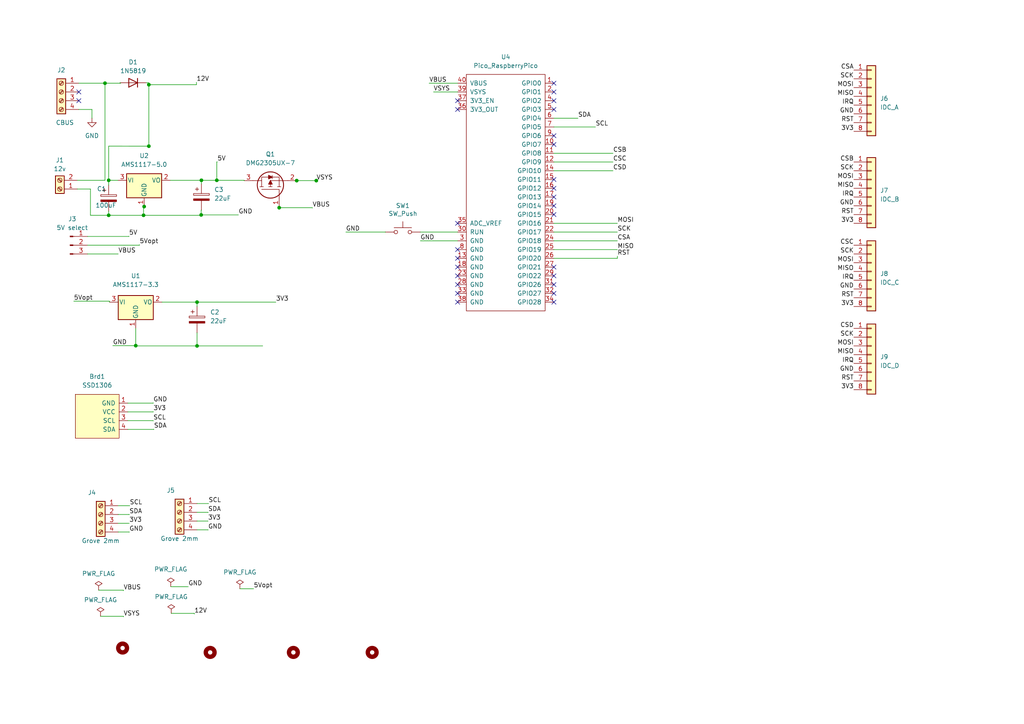
<source format=kicad_sch>
(kicad_sch (version 20230121) (generator eeschema)
  (paper "A4")
  (title_block (title "Pico Rfid Mfrc522") (date "2024-04-04") (rev "1.0"))
  (lib_symbols
    (symbol "Connector:Conn_01x03_Male" (pin_names (offset 1.016) hide)
      (property "Reference" "J" (at 0 5.08 0))
      (property "Value" "Conn_01x03_Male" (at 0 -5.08 0))
      (symbol "Conn_01x03_Male_1_1"
        (polyline (pts (xy 1.27 -2.54) (xy 0.8636 -2.54)) (stroke (width 0.1524)))
        (polyline (pts (xy 1.27 0) (xy 0.8636 0)) (stroke (width 0.1524)))
        (polyline (pts (xy 1.27 2.54) (xy 0.8636 2.54)) (stroke (width 0.1524)))
        (rectangle (start 0.8636 -2.413) (end 0 -2.667) (stroke (width 0.1524)) (fill (type outline)))
        (rectangle (start 0.8636 0.127) (end 0 -0.127) (stroke (width 0.1524)) (fill (type outline)))
        (rectangle (start 0.8636 2.667) (end 0 2.413) (stroke (width 0.1524)) (fill (type outline)))
        (pin passive line (at 5.08 2.54 180) (length 3.81) (name "Pin_1") (number "1"))
        (pin passive line (at 5.08 0 180) (length 3.81) (name "Pin_2") (number "2"))
        (pin passive line (at 5.08 -2.54 180) (length 3.81) (name "Pin_3") (number "3"))
      )
    )
    (symbol "Connector:Screw_Terminal_01x02" (pin_names (offset 1.016) hide)
      (property "Reference" "J" (at 0 2.54 0))
      (property "Value" "Screw_Terminal_01x02" (at 0 -5.08 0))
      (symbol "Screw_Terminal_01x02_1_1"
        (rectangle (start -1.27 1.27) (end 1.27 -3.81) (stroke (width 0.254)) (fill (type background)))
        (circle (center 0 -2.54) (radius 0.635) (stroke (width 0.1524)))
        (polyline (pts (xy -0.5334 -2.2098) (xy 0.3302 -3.048)) (stroke (width 0.1524)))
        (polyline (pts (xy -0.5334 0.3302) (xy 0.3302 -0.508)) (stroke (width 0.1524)))
        (polyline (pts (xy -0.3556 -2.032) (xy 0.508 -2.8702)) (stroke (width 0.1524)))
        (polyline (pts (xy -0.3556 0.508) (xy 0.508 -0.3302)) (stroke (width 0.1524)))
        (circle (center 0 0) (radius 0.635) (stroke (width 0.1524)))
        (pin passive line (at -5.08 0 0) (length 3.81) (name "Pin_1") (number "1"))
        (pin passive line (at -5.08 -2.54 0) (length 3.81) (name "Pin_2") (number "2"))
      )
    )
    (symbol "Connector:Screw_Terminal_01x04" (pin_names (offset 1.016) hide)
      (property "Reference" "J" (at 0 5.08 0))
      (property "Value" "Screw_Terminal_01x04" (at 0 -7.62 0))
      (symbol "Screw_Terminal_01x04_1_1"
        (rectangle (start -1.27 3.81) (end 1.27 -6.35) (stroke (width 0.254)) (fill (type background)))
        (circle (center 0 -5.08) (radius 0.635) (stroke (width 0.1524)))
        (circle (center 0 -2.54) (radius 0.635) (stroke (width 0.1524)))
        (polyline (pts (xy -0.5334 -4.7498) (xy 0.3302 -5.588)) (stroke (width 0.1524)))
        (polyline (pts (xy -0.5334 -2.2098) (xy 0.3302 -3.048)) (stroke (width 0.1524)))
        (polyline (pts (xy -0.5334 0.3302) (xy 0.3302 -0.508)) (stroke (width 0.1524)))
        (polyline (pts (xy -0.5334 2.8702) (xy 0.3302 2.032)) (stroke (width 0.1524)))
        (polyline (pts (xy -0.3556 -4.572) (xy 0.508 -5.4102)) (stroke (width 0.1524)))
        (polyline (pts (xy -0.3556 -2.032) (xy 0.508 -2.8702)) (stroke (width 0.1524)))
        (polyline (pts (xy -0.3556 0.508) (xy 0.508 -0.3302)) (stroke (width 0.1524)))
        (polyline (pts (xy -0.3556 3.048) (xy 0.508 2.2098)) (stroke (width 0.1524)))
        (circle (center 0 0) (radius 0.635) (stroke (width 0.1524)))
        (circle (center 0 2.54) (radius 0.635) (stroke (width 0.1524)))
        (pin passive line (at -5.08 2.54 0) (length 3.81) (name "Pin_1") (number "1"))
        (pin passive line (at -5.08 0 0) (length 3.81) (name "Pin_2") (number "2"))
        (pin passive line (at -5.08 -2.54 0) (length 3.81) (name "Pin_3") (number "3"))
        (pin passive line (at -5.08 -5.08 0) (length 3.81) (name "Pin_4") (number "4"))
      )
    )
    (symbol "Connector_Generic:Conn_01x08" (pin_names (offset 1.016) hide)
      (property "Reference" "J" (at 0 10.16 0))
      (property "Value" "Conn_01x08" (at 0 -12.7 0))
      (symbol "Conn_01x08_1_1"
        (rectangle (start -1.27 -10.033) (end 0 -10.287) (stroke (width 0.1524)))
        (rectangle (start -1.27 -7.493) (end 0 -7.747) (stroke (width 0.1524)))
        (rectangle (start -1.27 -4.953) (end 0 -5.207) (stroke (width 0.1524)))
        (rectangle (start -1.27 -2.413) (end 0 -2.667) (stroke (width 0.1524)))
        (rectangle (start -1.27 0.127) (end 0 -0.127) (stroke (width 0.1524)))
        (rectangle (start -1.27 2.667) (end 0 2.413) (stroke (width 0.1524)))
        (rectangle (start -1.27 5.207) (end 0 4.953) (stroke (width 0.1524)))
        (rectangle (start -1.27 7.747) (end 0 7.493) (stroke (width 0.1524)))
        (rectangle (start -1.27 8.89) (end 1.27 -11.43) (stroke (width 0.254)) (fill (type background)))
        (pin passive line (at -5.08 7.62 0) (length 3.81) (name "Pin_1") (number "1"))
        (pin passive line (at -5.08 5.08 0) (length 3.81) (name "Pin_2") (number "2"))
        (pin passive line (at -5.08 2.54 0) (length 3.81) (name "Pin_3") (number "3"))
        (pin passive line (at -5.08 0 0) (length 3.81) (name "Pin_4") (number "4"))
        (pin passive line (at -5.08 -2.54 0) (length 3.81) (name "Pin_5") (number "5"))
        (pin passive line (at -5.08 -5.08 0) (length 3.81) (name "Pin_6") (number "6"))
        (pin passive line (at -5.08 -7.62 0) (length 3.81) (name "Pin_7") (number "7"))
        (pin passive line (at -5.08 -10.16 0) (length 3.81) (name "Pin_8") (number "8"))
      )
    )
    (symbol "DMG2305UX-7:DMG2305UX-7" (pin_names (offset 0.762))
      (property "Reference" "Q" (at 11.43 3.81 0))
      (property "Value" "DMG2305UX-7" (at 11.43 1.27 0))
      (symbol "DMG2305UX-7_0_0"
        (pin passive line (at 0 0 0) (length 2.54) (name "~") (number "1"))
        (pin passive line (at 7.62 -5.08 90) (length 2.54) (name "~") (number "2"))
        (pin passive line (at 7.62 10.16 270) (length 2.54) (name "~") (number "3"))
      )
      (symbol "DMG2305UX-7_0_1"
        (polyline (pts (xy 5.842 -0.508) (xy 5.842 0.508)) (stroke (width 0.1524)))
        (polyline (pts (xy 5.842 0) (xy 7.62 0)) (stroke (width 0.1524)))
        (polyline (pts (xy 5.842 2.032) (xy 5.842 3.048)) (stroke (width 0.1524)))
        (polyline (pts (xy 5.842 5.588) (xy 5.842 4.572)) (stroke (width 0.1524)))
        (polyline (pts (xy 7.62 2.54) (xy 5.842 2.54)) (stroke (width 0.1524)))
        (polyline (pts (xy 7.62 2.54) (xy 7.62 -2.54)) (stroke (width 0.1524)))
        (polyline (pts (xy 7.62 5.08) (xy 5.842 5.08)) (stroke (width 0.1524)))
        (polyline (pts (xy 7.62 5.08) (xy 7.62 7.62)) (stroke (width 0.1524)))
        (polyline (pts (xy 8.128 2.032) (xy 9.144 2.032)) (stroke (width 0.1524)))
        (polyline (pts (xy 2.54 0) (xy 5.08 0) (xy 5.08 5.08)) (stroke (width 0.1524)))
        (polyline (pts (xy 8.636 2.032) (xy 8.636 0) (xy 7.62 0)) (stroke (width 0.1524)))
        (polyline (pts (xy 8.636 3.048) (xy 8.636 5.08) (xy 7.62 5.08)) (stroke (width 0.1524)))
        (polyline (pts (xy 7.62 2.54) (xy 6.604 3.048) (xy 6.604 2.032) (xy 7.62 2.54)) (stroke (width 0.254)) (fill (type outline)))
        (polyline (pts (xy 8.636 2.032) (xy 8.128 3.048) (xy 9.144 3.048) (xy 8.636 2.032)) (stroke (width 0.254)) (fill (type outline)))
        (circle (center 6.35 2.54) (radius 3.81) (stroke (width 0.254)))
      )
    )
    (symbol "Device:C_Polarized" (pin_numbers hide) (pin_names (offset 0.254))
      (property "Reference" "C" (at 0.635 2.54 0))
      (property "Value" "C_Polarized" (at 0.635 -2.54 0))
      (symbol "C_Polarized_0_1"
        (rectangle (start -2.286 0.508) (end 2.286 1.016))
        (polyline (pts (xy -1.778 2.286) (xy -0.762 2.286)))
        (polyline (pts (xy -1.27 2.794) (xy -1.27 1.778)))
        (rectangle (start 2.286 -0.508) (end -2.286 -1.016) (fill (type outline)))
      )
      (symbol "C_Polarized_1_1"
        (pin passive line (at 0 3.81 270) (length 2.794) (name "~") (number "1"))
        (pin passive line (at 0 -3.81 90) (length 2.794) (name "~") (number "2"))
      )
    )
    (symbol "Diode:1N4004" (pin_numbers hide) (pin_names hide)
      (property "Reference" "D" (at 0 2.54 0))
      (property "Value" "1N4004" (at 0 -2.54 0))
      (symbol "1N4004_0_1"
        (polyline (pts (xy -1.27 1.27) (xy -1.27 -1.27)) (stroke (width 0.254)))
        (polyline (pts (xy 1.27 0) (xy -1.27 0)))
        (polyline (pts (xy 1.27 1.27) (xy 1.27 -1.27) (xy -1.27 0) (xy 1.27 1.27)) (stroke (width 0.254)))
      )
      (symbol "1N4004_1_1"
        (pin passive line (at -3.81 0 0) (length 2.54) (name "K") (number "1"))
        (pin passive line (at 3.81 0 180) (length 2.54) (name "A") (number "2"))
      )
    )
    (symbol "Mechanical:MountingHole" (pin_names (offset 1.016))
      (property "Reference" "H" (at 0 5.08 0))
      (property "Value" "MountingHole" (at 0 3.175 0))
      (symbol "MountingHole_0_1"
        (circle (center 0 0) (radius 1.27) (stroke (width 1.27)))
      )
    )
    (symbol "PicoNoSwd:RaspberryPico-Pico" (pin_names (offset 1.016))
      (property "Reference" "U" (at -21.59 3.81 0))
      (property "Value" "Pico_RaspberryPico" (at -15.24 -67.31 0))
      (symbol "RaspberryPico-Pico_0_1"
        (rectangle (start -22.86 2.54) (end 0 -66.04))
      )
      (symbol "RaspberryPico-Pico_1_1"
        (pin bidirectional line (at 2.54 0 180) (length 2.54) (name "GPIO0") (number "1"))
        (pin bidirectional line (at 2.54 -17.78 180) (length 2.54) (name "GPIO7") (number "10"))
        (pin bidirectional line (at 2.54 -20.32 180) (length 2.54) (name "GPIO8") (number "11"))
        (pin bidirectional line (at 2.54 -22.86 180) (length 2.54) (name "GPIO9") (number "12"))
        (pin power_in line (at -25.4 -50.8 0) (length 2.54) (name "GND") (number "13"))
        (pin bidirectional line (at 2.54 -25.4 180) (length 2.54) (name "GPIO10") (number "14"))
        (pin bidirectional line (at 2.54 -27.94 180) (length 2.54) (name "GPIO11") (number "15"))
        (pin bidirectional line (at 2.54 -30.48 180) (length 2.54) (name "GPIO12") (number "16"))
        (pin bidirectional line (at 2.54 -33.02 180) (length 2.54) (name "GPIO13") (number "17"))
        (pin power_in line (at -25.4 -53.34 0) (length 2.54) (name "GND") (number "18"))
        (pin bidirectional line (at 2.54 -35.56 180) (length 2.54) (name "GPIO14") (number "19"))
        (pin bidirectional line (at 2.54 -2.54 180) (length 2.54) (name "GPIO1") (number "2"))
        (pin bidirectional line (at 2.54 -38.1 180) (length 2.54) (name "GPIO15") (number "20"))
        (pin bidirectional line (at 2.54 -40.64 180) (length 2.54) (name "GPIO16") (number "21"))
        (pin bidirectional line (at 2.54 -43.18 180) (length 2.54) (name "GPIO17") (number "22"))
        (pin power_in line (at -25.4 -55.88 0) (length 2.54) (name "GND") (number "23"))
        (pin bidirectional line (at 2.54 -45.72 180) (length 2.54) (name "GPIO18") (number "24"))
        (pin bidirectional line (at 2.54 -48.26 180) (length 2.54) (name "GPIO19") (number "25"))
        (pin bidirectional line (at 2.54 -50.8 180) (length 2.54) (name "GPIO20") (number "26"))
        (pin bidirectional line (at 2.54 -53.34 180) (length 2.54) (name "GPIO21") (number "27"))
        (pin power_in line (at -25.4 -58.42 0) (length 2.54) (name "GND") (number "28"))
        (pin bidirectional line (at 2.54 -55.88 180) (length 2.54) (name "GPIO22") (number "29"))
        (pin power_in line (at -25.4 -45.72 0) (length 2.54) (name "GND") (number "3"))
        (pin input line (at -25.4 -43.18 0) (length 2.54) (name "RUN") (number "30"))
        (pin bidirectional line (at 2.54 -58.42 180) (length 2.54) (name "GPIO26") (number "31"))
        (pin bidirectional line (at 2.54 -60.96 180) (length 2.54) (name "GPIO27") (number "32"))
        (pin power_in line (at -25.4 -60.96 0) (length 2.54) (name "GND") (number "33"))
        (pin bidirectional line (at 2.54 -63.5 180) (length 2.54) (name "GPIO28") (number "34"))
        (pin input line (at -25.4 -40.64 0) (length 2.54) (name "ADC_VREF") (number "35"))
        (pin power_out line (at -25.4 -7.62 0) (length 2.54) (name "3V3_OUT") (number "36"))
        (pin input line (at -25.4 -5.08 0) (length 2.54) (name "3V3_EN") (number "37"))
        (pin power_in line (at -25.4 -63.5 0) (length 2.54) (name "GND") (number "38"))
        (pin power_in line (at -25.4 -2.54 0) (length 2.54) (name "VSYS") (number "39"))
        (pin bidirectional line (at 2.54 -5.08 180) (length 2.54) (name "GPIO2") (number "4"))
        (pin power_in line (at -25.4 0 0) (length 2.54) (name "VBUS") (number "40"))
        (pin bidirectional line (at 2.54 -7.62 180) (length 2.54) (name "GPIO3") (number "5"))
        (pin bidirectional line (at 2.54 -10.16 180) (length 2.54) (name "GPIO4") (number "6"))
        (pin bidirectional line (at 2.54 -12.7 180) (length 2.54) (name "GPIO5") (number "7"))
        (pin power_in line (at -25.4 -48.26 0) (length 2.54) (name "GND") (number "8"))
        (pin bidirectional line (at 2.54 -15.24 180) (length 2.54) (name "GPIO6") (number "9"))
      )
    )
    (symbol "Regulator_Linear:AMS1117-3.3" (pin_names (offset 0.254))
      (property "Reference" "U" (at -3.81 3.175 0))
      (property "Value" "AMS1117-3.3" (at 0 3.175 0))
      (symbol "AMS1117-3.3_0_1"
        (rectangle (start -5.08 -5.08) (end 5.08 1.905) (stroke (width 0.254)) (fill (type background)))
      )
      (symbol "AMS1117-3.3_1_1"
        (pin power_in line (at 0 -7.62 90) (length 2.54) (name "GND") (number "1"))
        (pin power_out line (at 7.62 0 180) (length 2.54) (name "VO") (number "2"))
        (pin power_in line (at -7.62 0 0) (length 2.54) (name "VI") (number "3"))
      )
    )
    (symbol "Regulator_Linear:AMS1117-5.0" (pin_names (offset 0.254))
      (property "Reference" "U" (at -3.81 3.175 0))
      (property "Value" "AMS1117-5.0" (at 0 3.175 0))
      (symbol "AMS1117-5.0_0_1"
        (rectangle (start -5.08 -5.08) (end 5.08 1.905) (stroke (width 0.254)) (fill (type background)))
      )
      (symbol "AMS1117-5.0_1_1"
        (pin power_in line (at 0 -7.62 90) (length 2.54) (name "GND") (number "1"))
        (pin power_out line (at 7.62 0 180) (length 2.54) (name "VO") (number "2"))
        (pin power_in line (at -7.62 0 0) (length 2.54) (name "VI") (number "3"))
      )
    )
    (symbol "SSD1306-128x64_OLED:SSD1306" (pin_names (offset 1.016))
      (property "Reference" "Brd" (at 0 -3.81 0))
      (property "Value" "SSD1306" (at 0 -1.27 0))
      (symbol "SSD1306_0_1"
        (rectangle (start -6.35 6.35) (end 6.35 -6.35) (fill (type background)))
      )
      (symbol "SSD1306_1_1"
        (pin input line (at -3.81 8.89 270) (length 2.54) (name "GND") (number "1"))
        (pin input line (at -1.27 8.89 270) (length 2.54) (name "VCC") (number "2"))
        (pin input line (at 1.27 8.89 270) (length 2.54) (name "SCL") (number "3"))
        (pin input line (at 3.81 8.89 270) (length 2.54) (name "SDA") (number "4"))
      )
    )
    (symbol "Switch:SW_Push" (pin_numbers hide) (pin_names (offset 1.016) hide)
      (property "Reference" "SW" (at 1.27 2.54 0))
      (property "Value" "SW_Push" (at 0 -1.524 0))
      (symbol "SW_Push_0_1"
        (circle (center -2.032 0) (radius 0.508))
        (polyline (pts (xy 0 1.27) (xy 0 3.048)))
        (polyline (pts (xy 2.54 1.27) (xy -2.54 1.27)))
        (circle (center 2.032 0) (radius 0.508))
        (pin passive line (at -5.08 0 0) (length 2.54) (name "1") (number "1"))
        (pin passive line (at 5.08 0 180) (length 2.54) (name "2") (number "2"))
      )
    )
    (symbol "power:GND" (power) (pin_names (offset 0))
      (property "Value" "GND" (at 0 -3.81 0))
      (symbol "GND_0_1"
        (polyline (pts (xy 0 0) (xy 0 -1.27) (xy 1.27 -1.27) (xy 0 -2.54) (xy -1.27 -1.27) (xy 0 -1.27)))
      )
      (symbol "GND_1_1"
        (pin power_in line (at 0 0 270) (length 0) hide (name "GND") (number "1"))
      )
    )
    (symbol "power:PWR_FLAG" (power) (pin_numbers hide) (pin_names (offset 0) hide)
      (property "Value" "PWR_FLAG" (at 0 3.81 0))
      (symbol "PWR_FLAG_0_0"
        (pin power_out line (at 0 0 90) (length 0) (name "pwr") (number "1"))
      )
      (symbol "PWR_FLAG_0_1"
        (polyline (pts (xy 0 0) (xy 0 1.27) (xy -1.016 1.905) (xy 0 2.54) (xy 1.016 1.905) (xy 0 1.27)))
      )
    )
  )
  (junction (at 39.37 100.254))
  (junction (at 41.8109 59.9123))
  (junction (at 91.7448 52.3853))
  (junction (at 30.4493 24.13))
  (junction (at 31.5215 62.4451))
  (junction (at 57.15 100.33))
  (junction (at 31.5215 52.2923))
  (junction (at 62.8797 52.2923))
  (junction (at 41.6327 62.4451))
  (junction (at 43.1726 24.5656))
  (junction (at 80.9713 60.2435))
  (junction (at 58.42 52.2923))
  (junction (at 43.1726 42.3957))
  (junction (at 58.3449 62.3352))
  (junction (at 86.0513 52.3853))
  (junction (at 57.15 87.63))
  (no_connect (at 160.655 59.69))
  (no_connect (at 132.715 82.55))
  (no_connect (at 160.655 26.67))
  (no_connect (at 160.655 62.23))
  (no_connect (at 132.715 85.09))
  (no_connect (at 160.655 77.47))
  (no_connect (at 132.715 72.39))
  (no_connect (at 132.715 64.77))
  (no_connect (at 160.655 80.01))
  (no_connect (at 22.86 26.67))
  (no_connect (at 160.655 57.15))
  (no_connect (at 160.655 24.13))
  (no_connect (at 132.715 31.75))
  (no_connect (at 132.715 80.01))
  (no_connect (at 132.715 87.63))
  (no_connect (at 132.715 29.21))
  (no_connect (at 22.86 29.21))
  (no_connect (at 160.655 52.07))
  (no_connect (at 160.655 31.75))
  (no_connect (at 132.715 74.93))
  (no_connect (at 160.655 54.61))
  (no_connect (at 160.655 85.09))
  (no_connect (at 160.655 87.63))
  (no_connect (at 132.715 77.47))
  (no_connect (at 160.655 82.55))
  (no_connect (at 160.655 29.21))
  (no_connect (at 160.655 41.91))
  (no_connect (at 160.655 39.37))
  (wire (pts (xy 49.6629 177.9022) (xy 56.3645 177.9022)))
  (wire (pts (xy 43.1726 24.5656) (xy 43.1726 42.3957)))
  (wire (pts (xy 160.655 44.45) (xy 177.8 44.45)))
  (wire (pts (xy 30.4493 24.13) (xy 30.4493 52.2905)))
  (wire (pts (xy 44.6193 124.5441) (xy 44.6193 124.4588)))
  (wire (pts (xy 57.15 148.59) (xy 60.3493 148.59)))
  (wire (pts (xy 29.158 178.7396) (xy 35.8026 178.7396)))
  (wire (pts (xy 30.4493 24.13) (xy 34.9655 24.13)))
  (wire (pts (xy 91.7448 52.2804) (xy 91.7448 52.3853)))
  (wire (pts (xy 22.4319 52.2905) (xy 30.4493 52.2905)))
  (wire (pts (xy 69.5822 170.7691) (xy 73.5545 170.7691)))
  (wire (pts (xy 86.0513 52.3922) (xy 86.0513 52.3853)))
  (wire (pts (xy 70.8113 52.2923) (xy 70.8113 52.3853)))
  (wire (pts (xy 160.655 67.31) (xy 179.07 67.31)))
  (wire (pts (xy 179.07 74.295) (xy 179.07 74.93)))
  (wire (pts (xy 56.3645 177.9022) (xy 56.3645 178.0986)))
  (wire (pts (xy 121.92 69.85) (xy 132.715 69.85)))
  (wire (pts (xy 160.655 36.83) (xy 172.72 36.83)))
  (wire (pts (xy 37.0864 119.4641) (xy 44.45 119.4641)))
  (wire (pts (xy 25.4 68.58) (xy 37.3926 68.58)))
  (wire (pts (xy 57.15 100.33) (xy 76.2 100.33)))
  (wire (pts (xy 26.67 31.75) (xy 26.67 34.29)))
  (wire (pts (xy 124.46 24.13) (xy 132.715 24.13)))
  (wire (pts (xy 57.15 146.05) (xy 60.4514 146.05)))
  (wire (pts (xy 34.29 149.225) (xy 37.4893 149.225)))
  (wire (pts (xy 44.45 122.0041) (xy 44.45 122.0885)))
  (wire (pts (xy 49.53 170.18) (xy 54.61 170.18)))
  (wire (pts (xy 121.92 67.31) (xy 132.715 67.31)))
  (wire (pts (xy 46.99 87.63) (xy 57.15 87.63)))
  (wire (pts (xy 31.5215 62.4451) (xy 41.6327 62.4451)))
  (wire (pts (xy 39.37 100.33) (xy 57.15 100.33)))
  (wire (pts (xy 58.3449 62.3352) (xy 58.3449 62.4451)))
  (wire (pts (xy 37.4552 151.765) (xy 37.4552 151.7627)))
  (wire (pts (xy 39.37 95.25) (xy 39.37 100.254)))
  (wire (pts (xy 62.8797 52.2923) (xy 70.8113 52.2923)))
  (wire (pts (xy 41.8109 59.9123) (xy 41.8606 59.9123)))
  (wire (pts (xy 62.8797 52.2923) (xy 62.8797 46.9648)))
  (wire (pts (xy 160.655 64.77) (xy 179.07 64.77)))
  (wire (pts (xy 35.8026 171.1722) (xy 35.8026 171.3567)))
  (wire (pts (xy 43.1726 42.3957) (xy 43.3297 42.3957)))
  (wire (pts (xy 69.1638 62.3352) (xy 58.3449 62.3352)))
  (wire (pts (xy 90.6042 60.2435) (xy 90.6042 60.3334)))
  (wire (pts (xy 80.9713 60.0053) (xy 80.9713 60.2435)))
  (wire (pts (xy 37.0864 122.0041) (xy 44.45 122.0041)))
  (wire (pts (xy 80.9713 60.2435) (xy 80.9713 60.3264)))
  (wire (pts (xy 80.9713 60.2435) (xy 90.6042 60.2435)))
  (wire (pts (xy 26.2356 54.8305) (xy 26.2356 62.4451)))
  (wire (pts (xy 91.7448 52.3853) (xy 91.7448 52.4764)))
  (wire (pts (xy 86.0513 52.3853) (xy 91.7448 52.3853)))
  (wire (pts (xy 58.3449 60.96) (xy 58.3449 62.3352)))
  (wire (pts (xy 60.3152 151.13) (xy 60.3152 151.1277)))
  (wire (pts (xy 43.3297 42.3957) (xy 31.5215 42.3849)))
  (wire (pts (xy 100.3151 67.3124) (xy 111.76 67.3124)))
  (wire (pts (xy 57.15 96.52) (xy 57.15 100.33)))
  (wire (pts (xy 22.86 31.75) (xy 26.67 31.75)))
  (wire (pts (xy 35.8026 178.7396) (xy 35.8026 178.9242)))
  (wire (pts (xy 57.15 153.67) (xy 60.3493 153.67)))
  (wire (pts (xy 31.75 87.3496) (xy 31.75 87.63)))
  (wire (pts (xy 34.29 151.765) (xy 37.4552 151.765)))
  (wire (pts (xy 31.5215 52.2923) (xy 31.5215 53.6627)))
  (wire (pts (xy 58.3449 60.96) (xy 58.42 60.96)))
  (wire (pts (xy 44.45 116.9241) (xy 44.45 116.84)))
  (wire (pts (xy 125.73 26.67) (xy 132.715 26.67)))
  (wire (pts (xy 31.5215 42.3849) (xy 31.5215 52.2923)))
  (wire (pts (xy 31.5215 52.2923) (xy 34.1909 52.2923)))
  (wire (pts (xy 34.9655 24.13) (xy 34.8084 24.0044)))
  (wire (pts (xy 41.6327 59.9123) (xy 41.8109 59.9123)))
  (wire (pts (xy 160.655 34.29) (xy 167.64 34.29)))
  (wire (pts (xy 58.42 52.2923) (xy 62.8797 52.2923)))
  (wire (pts (xy 25.4 73.66) (xy 34.29 73.66)))
  (wire (pts (xy 160.655 69.85) (xy 179.07 69.85)))
  (wire (pts (xy 32.7226 100.254) (xy 39.37 100.254)))
  (wire (pts (xy 22.4319 54.8305) (xy 26.2356 54.8305)))
  (wire (pts (xy 57.15 87.63) (xy 80.01 87.63)))
  (wire (pts (xy 37.0864 116.9241) (xy 44.45 116.9241)))
  (wire (pts (xy 44.45 119.4641) (xy 44.45 119.3796)))
  (wire (pts (xy 160.655 46.99) (xy 177.8 46.99)))
  (wire (pts (xy 22.86 24.13) (xy 30.4493 24.13)))
  (wire (pts (xy 160.655 72.39) (xy 179.07 72.39)))
  (wire (pts (xy 160.655 74.93) (xy 179.07 74.93)))
  (wire (pts (xy 62.8797 46.9648) (xy 63.0213 46.9648)))
  (wire (pts (xy 41.6327 62.4451) (xy 41.6327 59.9123)))
  (wire (pts (xy 31.5215 53.6627) (xy 31.515 53.6627)))
  (wire (pts (xy 21.3957 87.3496) (xy 31.75 87.3496)))
  (wire (pts (xy 57.15 87.63) (xy 57.15 88.9)))
  (wire (pts (xy 26.2356 62.4451) (xy 31.5215 62.4451)))
  (wire (pts (xy 37.0864 124.5441) (xy 44.6193 124.5441)))
  (wire (pts (xy 41.6327 62.4451) (xy 58.3449 62.4451)))
  (wire (pts (xy 34.29 154.305) (xy 37.4893 154.305)))
  (wire (pts (xy 40.4432 71.12) (xy 40.4432 70.959)))
  (wire (pts (xy 160.655 49.53) (xy 177.8 49.53)))
  (wire (pts (xy 56.9768 24.5656) (xy 56.9768 23.8577)))
  (wire (pts (xy 31.5215 62.4451) (xy 31.5215 61.2827)))
  (wire (pts (xy 58.42 52.2923) (xy 58.42 53.34)))
  (wire (pts (xy 57.15 151.13) (xy 60.3152 151.13)))
  (wire (pts (xy 60.4514 146.05) (xy 60.4514 146.0559)))
  (wire (pts (xy 111.76 67.3124) (xy 111.76 67.31)))
  (wire (pts (xy 43.1726 24.0152) (xy 42.4284 24.0044)))
  (wire (pts (xy 37.3926 68.58) (xy 37.3926 68.4873)))
  (wire (pts (xy 49.4309 52.2923) (xy 58.42 52.2923)))
  (wire (pts (xy 34.29 146.685) (xy 37.5914 146.685)))
  (wire (pts (xy 60.3493 153.67) (xy 60.3493 153.7147)))
  (wire (pts (xy 39.37 100.254) (xy 39.37 100.33)))
  (wire (pts (xy 31.5215 61.2827) (xy 31.515 61.2827)))
  (wire (pts (xy 43.1726 24.0152) (xy 43.1726 24.5656)))
  (wire (pts (xy 37.4893 149.225) (xy 37.4893 149.2779)))
  (wire (pts (xy 60.3493 148.59) (xy 60.3493 148.6429)))
  (wire (pts (xy 37.5914 146.685) (xy 37.5914 146.6909)))
  (wire (pts (xy 37.4893 154.305) (xy 37.4893 154.3497)))
  (wire (pts (xy 25.4 71.12) (xy 40.4432 71.12)))
  (wire (pts (xy 43.1726 24.5656) (xy 56.9768 24.5656)))
  (wire (pts (xy 28.6043 171.1722) (xy 35.8026 171.1722)))
  (label "IRQ" (at 247.65 30.48 180))
  (label "VBUS" (at 34.29 73.66 0))
  (label "VSYS" (at 125.73 26.67 0))
  (label "VSYS" (at 91.7448 52.4764 0))
  (label "5Vopt" (at 40.4432 70.959 0))
  (label "VSYS" (at 35.8026 178.9242 0))
  (label "CSB" (at 177.8 44.45 0))
  (label "5Vopt" (at 73.5545 170.7691 0))
  (label "SCK" (at 179.07 67.31 0))
  (label "CSC" (at 177.8 46.99 0))
  (label "RST" (at 247.65 86.36 180))
  (label "VBUS" (at 35.8026 171.3567 0))
  (label "3V3" (at 60.3152 151.1277 0))
  (label "12V" (at 56.9768 23.8577 0))
  (label "GND" (at 69.1638 62.3352 0))
  (label "SDA" (at 60.3493 148.6429 0))
  (label "GND" (at 60.3493 153.7147 0))
  (label "RST" (at 179.07 74.295 0))
  (label "MISO" (at 247.65 27.94 180))
  (label "MOSI" (at 247.65 25.4 180))
  (label "GND" (at 37.4893 154.3497 0))
  (label "3V3" (at 247.65 113.03 180))
  (label "SCK" (at 247.65 22.86 180))
  (label "5Vopt" (at 21.3957 87.3496 0))
  (label "SCK" (at 247.65 73.66 180))
  (label "IRQ" (at 247.65 81.28 180))
  (label "GND" (at 54.61 170.18 0))
  (label "RST" (at 247.65 110.49 180))
  (label "MISO" (at 247.65 54.61 180))
  (label "IRQ" (at 247.65 57.15 180))
  (label "MISO" (at 247.65 102.87 180))
  (label "GND" (at 44.45 116.84 0))
  (label "CSD" (at 247.65 95.25 180))
  (label "GND" (at 247.65 59.69 180))
  (label "MOSI" (at 247.65 100.33 180))
  (label "GND" (at 121.92 69.85 0))
  (label "MOSI" (at 247.65 76.2 180))
  (label "MOSI" (at 247.65 52.07 180))
  (label "GND" (at 32.7226 100.254 0))
  (label "GND" (at 247.65 83.82 180))
  (label "GND" (at 247.65 107.95 180))
  (label "VBUS" (at 124.46 24.13 0))
  (label "CSA" (at 247.65 20.32 180))
  (label "RST" (at 247.65 35.56 180))
  (label "MISO" (at 179.07 72.39 0))
  (label "IRQ" (at 247.65 105.41 180))
  (label "RST" (at 247.65 62.23 180))
  (label "CSD" (at 177.8 49.53 0))
  (label "3V3" (at 247.65 88.9 180))
  (label "SCL" (at 44.45 122.0885 0))
  (label "MOSI" (at 179.07 64.77 0))
  (label "GND" (at 247.65 33.02 180))
  (label "SCL" (at 60.4514 146.0559 0))
  (label "3V3" (at 44.45 119.3796 0))
  (label "3V3" (at 80.01 87.63 0))
  (label "VBUS" (at 90.6042 60.3334 0))
  (label "3V3" (at 37.4552 151.7627 0))
  (label "3V3" (at 247.65 38.1 180))
  (label "3V3" (at 247.65 64.77 180))
  (label "GND" (at 100.3151 67.3124 0))
  (label "SDA" (at 37.4893 149.2779 0))
  (label "5V" (at 37.3926 68.4873 0))
  (label "SDA" (at 44.6193 124.4588 0))
  (label "SCK" (at 247.65 97.79 180))
  (label "CSB" (at 247.65 46.99 180))
  (label "CSA" (at 179.07 69.85 0))
  (label "5V" (at 63.0213 46.9648 0))
  (label "CSC" (at 247.65 71.12 180))
  (label "SDA" (at 167.64 34.29 0))
  (label "12V" (at 56.3645 178.0986 0))
  (label "SCL" (at 37.5914 146.6909 0))
  (label "MISO" (at 247.65 78.74 180))
  (label "SCK" (at 247.65 49.53 180))
  (label "SCL" (at 172.72 36.83 0))
  (symbol (lib_id "Mechanical:MountingHole") (at 107.95 189.23 0) (unit 1)
    (property "Reference" "H4" (effects hide))
    (property "Value" "MountingHole" (effects hide))
    (property "Footprint" "MountingHole:MountingHole_3.2mm_M3" (effects hide))
  )
  (symbol (lib_id "Connector_Generic:Conn_01x08") (at 252.73 54.61 0) (unit 1)
    (property "Reference" "J7" (at 255.27 55.245 0) (effects (justify left)))
    (property "Value" "IDC_B" (at 255.27 57.785 0) (effects (justify left)))
    (property "Footprint" "Connector_IDC:IDC-Header_2x04_P2.54mm_Vertical" (effects hide))
  )
  (symbol (lib_id "Device:C_Polarized") (at 57.15 92.71 0) (unit 1)
    (property "Reference" "C2" (at 60.96 90.5509 0) (effects (justify left)))
    (property "Value" "22uF" (at 60.96 93.0909 0) (effects (justify left)))
    (property "Footprint" "Capacitor_THT:CP_Radial_Tantal_D7.0mm_P5.00mm" (effects hide))
  )
  (symbol (lib_id "Regulator_Linear:AMS1117-5.0") (at 41.8109 52.2923 0) (unit 1)
    (property "Reference" "U2" (at 41.8109 45.1717 0))
    (property "Value" "AMS1117-5.0" (at 41.8109 47.7117 0))
    (property "Footprint" "Package_TO_SOT_SMD:SOT-223-3_TabPin2" (effects hide))
    (property "Datasheet" "http://www.advanced-monolithic.com/pdf/ds1117.pdf" (effects hide))
  )
  (symbol (lib_id "DMG2305UX-7:DMG2305UX-7") (at 80.9713 60.0053 90) (unit 1)
    (property "Reference" "Q1" (at 78.4313 44.7226 90))
    (property "Value" "DMG2305UX-7" (at 78.4313 47.2626 90))
    (property "Footprint" "Package_TO_SOT_SMD:SOT-23-3" (effects hide))
    (property "Datasheet" "https://www.diodes.com/assets/Datasheets/DMG2305UX.pdf" (effects hide))
    (property "Description" "MOSFET P-Ch 20V 5A Enhancement SOT23 Diodes Inc DMG2305UX-7 P-channel MOSFET Transistor, -3.3 A, -20 V, 3-Pin SOT-23" (effects hide))
    (property "Height" "1.1" (effects hide))
    (property "Mouser Part Number" "621-DMG2305UX-7" (effects hide))
    (property "Mouser Price/Stock" "https://www.mouser.co.uk/ProductDetail/Diodes-Incorporated/DMG2305UX-7?qs=L1DZKBg7t5F%2FNBHrjfxC%252Bg%3D%3D" (effects hide))
    (property "Manufacturer_Name" "Diodes Inc." (effects hide))
    (property "Manufacturer_Part_Number" "DMG2305UX-7" (effects hide))
  )
  (symbol (lib_id "power:PWR_FLAG") (at 28.6043 171.1722 0) (unit 1)
    (property "Reference" "#FLG01" (effects hide))
    (property "Value" "PWR_FLAG" (at 28.6043 166.37 0))
  )
  (symbol (lib_id "Mechanical:MountingHole") (at 35.56 187.96 0) (unit 1)
    (property "Reference" "H1" (effects hide))
    (property "Value" "MountingHole" (effects hide))
    (property "Footprint" "MountingHole:MountingHole_3.2mm_M3" (effects hide))
  )
  (symbol (lib_id "Device:C_Polarized") (at 31.515 57.4727 0) (unit 1)
    (property "Reference" "C1" (at 28.108 54.777 0) (effects (justify left)))
    (property "Value" "100uF" (at 27.6607 59.5623 0) (effects (justify left)))
    (property "Footprint" "Capacitor_THT:CP_Radial_D10.0mm_P7.50mm" (effects hide))
  )
  (symbol (lib_id "Connector:Screw_Terminal_01x04") (at 29.21 149.225 0) (mirror y) (unit 1)
    (property "Reference" "J4" (at 26.67 142.875 0))
    (property "Value" "Grove 2mm" (at 29.21 156.845 0))
    (property "Footprint" "OPL_Connector:HW4-2.0" (effects hide))
  )
  (symbol (lib_id "Switch:SW_Push") (at 116.84 67.31 0) (unit 1)
    (property "Reference" "SW1" (at 116.84 59.6529 0))
    (property "Value" "SW_Push" (at 116.8688 61.9528 0))
    (property "Footprint" "Button_Switch_SMD:SW_Tactile_SPST_NO_Straight_CK_PTS636Sx25SMTRLFS" (effects hide))
  )
  (symbol (lib_id "power:PWR_FLAG") (at 29.158 178.7396 0) (unit 1)
    (property "Reference" "#FLG02" (effects hide))
    (property "Value" "PWR_FLAG" (at 29.158 173.99 0))
  )
  (symbol (lib_id "Connector:Screw_Terminal_01x04") (at 17.78 26.67 0) (mirror y) (unit 1)
    (property "Reference" "J2" (at 17.78 20.32 0))
    (property "Value" "CBUS " (at 19.304 35.56 0))
    (property "Footprint" "TerminalBlock_Phoenix:TerminalBlock_Phoenix_PT-1,5-4-3.5-H_1x04_P3.50mm_Horizontal" (effects hide))
  )
  (symbol (lib_id "Connector:Conn_01x03_Male") (at 20.32 71.12 0) (unit 1)
    (property "Reference" "J3" (at 20.955 63.5 0))
    (property "Value" "5V select" (at 20.955 66.04 0))
    (property "Footprint" "Connector_PinHeader_2.54mm:PinHeader_1x03_P2.54mm_Vertical" (effects hide))
  )
  (symbol (lib_id "power:PWR_FLAG") (at 49.6629 177.9022 0) (unit 1)
    (property "Reference" "#FLG04" (effects hide))
    (property "Value" "PWR_FLAG" (at 49.6629 173.1 0))
  )
  (symbol (lib_id "power:GND") (at 26.67 34.29 0) (unit 1)
    (property "Reference" "#PWR01" (effects hide))
    (property "Value" "GND" (at 26.67 39.37 0))
  )
  (symbol (lib_id "Mechanical:MountingHole") (at 60.96 189.23 0) (unit 1)
    (property "Reference" "H2" (effects hide))
    (property "Value" "MountingHole" (effects hide))
    (property "Footprint" "MountingHole:MountingHole_3.2mm_M3" (effects hide))
  )
  (symbol (lib_id "Regulator_Linear:AMS1117-3.3") (at 39.37 87.63 0) (unit 1)
    (property "Reference" "U1" (at 39.37 80.01 0))
    (property "Value" "AMS1117-3.3" (at 39.37 82.55 0))
    (property "Footprint" "Package_TO_SOT_SMD:SOT-223-3_TabPin2" (effects hide))
    (property "Datasheet" "http://www.advanced-monolithic.com/pdf/ds1117.pdf" (effects hide))
  )
  (symbol (lib_id "Connector_Generic:Conn_01x08") (at 252.73 27.94 0) (unit 1)
    (property "Reference" "J6" (at 255.27 28.575 0) (effects (justify left)))
    (property "Value" "IDC_A" (at 255.27 31.115 0) (effects (justify left)))
    (property "Footprint" "Connector_IDC:IDC-Header_2x04_P2.54mm_Vertical" (effects hide))
  )
  (symbol (lib_id "PicoNoSwd:RaspberryPico-Pico") (at 158.115 24.13 0) (unit 1)
    (property "Reference" "U4" (at 146.685 16.51 0))
    (property "Value" "Pico_RaspberryPico" (at 146.685 19.05 0))
    (property "Footprint" "PicoNoSwd:RaspberryPico_TH_NoSWD" (effects hide))
  )
  (symbol (lib_id "Mechanical:MountingHole") (at 85.09 189.23 0) (unit 1)
    (property "Reference" "H3" (effects hide))
    (property "Value" "MountingHole" (effects hide))
    (property "Footprint" "MountingHole:MountingHole_3.2mm_M3" (effects hide))
  )
  (symbol (lib_id "Connector_Generic:Conn_01x08") (at 252.73 78.74 0) (unit 1)
    (property "Reference" "J8" (at 255.27 79.375 0) (effects (justify left)))
    (property "Value" "IDC_C" (at 255.27 81.915 0) (effects (justify left)))
    (property "Footprint" "Connector_IDC:IDC-Header_2x04_P2.54mm_Vertical" (effects hide))
  )
  (symbol (lib_id "power:PWR_FLAG") (at 69.5822 170.7691 0) (unit 1)
    (property "Reference" "#FLG05" (effects hide))
    (property "Value" "PWR_FLAG" (at 69.5822 165.9669 0))
  )
  (symbol (lib_id "Device:C_Polarized") (at 58.42 57.15 0) (unit 1)
    (property "Reference" "C3" (at 62.1498 54.9909 0) (effects (justify left)))
    (property "Value" "22uF" (at 62.1498 57.5309 0) (effects (justify left)))
    (property "Footprint" "Capacitor_THT:CP_Radial_Tantal_D7.0mm_P5.00mm" (effects hide))
  )
  (symbol (lib_id "Diode:1N4004") (at 38.6184 24.0044 180) (unit 1)
    (property "Reference" "D1" (at 38.6184 18.0164 0))
    (property "Value" "1N5819" (at 38.6184 20.5564 0))
    (property "Footprint" "Diode_THT:D_DO-41_SOD81_P10.16mm_Horizontal" (effects hide))
    (property "Datasheet" "http://www.vishay.com/docs/88503/1n4001.pdf" (effects hide))
  )
  (symbol (lib_id "Connector_Generic:Conn_01x08") (at 252.73 102.87 0) (unit 1)
    (property "Reference" "J9" (at 255.27 103.505 0) (effects (justify left)))
    (property "Value" "IDC_D" (at 255.27 106.045 0) (effects (justify left)))
    (property "Footprint" "Connector_IDC:IDC-Header_2x04_P2.54mm_Vertical" (effects hide))
  )
  (symbol (lib_id "Connector:Screw_Terminal_01x02") (at 17.3519 54.8305 180) (unit 1)
    (property "Reference" "J1" (at 17.3519 46.4417 0))
    (property "Value" "12v" (at 17.3519 48.9817 0))
    (property "Footprint" "TerminalBlock_Phoenix:TerminalBlock_Phoenix_PT-1,5-2-3.5-H_1x02_P3.50mm_Horizontal" (effects hide))
  )
  (symbol (lib_id "Connector:Screw_Terminal_01x04") (at 52.07 148.59 0) (mirror y) (unit 1)
    (property "Reference" "J5" (at 49.53 142.24 0))
    (property "Value" "Grove 2mm" (at 52.07 156.21 0))
    (property "Footprint" "Seed Grove etc:HW4-2.0" (effects hide))
  )
  (symbol (lib_id "SSD1306-128x64_OLED:SSD1306") (at 28.1964 120.7341 270) (unit 1)
    (property "Reference" "Brd1" (at 28.1964 109.2056 90))
    (property "Value" "SSD1306" (at 28.1964 111.7456 90))
    (property "Footprint" "SSD1306:128x64OLED" (effects hide))
  )
  (symbol (lib_id "power:PWR_FLAG") (at 49.53 170.18 0) (unit 1)
    (property "Reference" "#FLG03" (effects hide))
    (property "Value" "PWR_FLAG" (at 49.53 165.1 0))
  )
)
</source>
